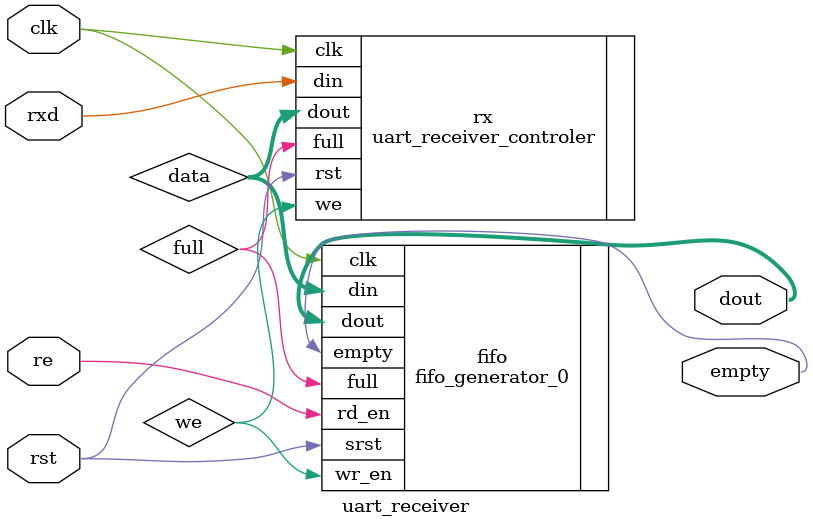
<source format=sv>
`timescale 1ns / 1ps

module uart_receiver #(
  parameter [31:0] CLOCK_FREQUENCY = 32'd100_000_000,
  parameter [31:0] BAUD_RATE = 32'd115200,
  parameter [31:0] WORD_WIDTH = 32'd8
) (
  input                   clk,
  input                   rst,
  input                   rxd,
  output [WORD_WIDTH-1:0] dout,
  output                  empty,
  input                   re
);
  // registers and wires
  logic [WORD_WIDTH-1:0] data;
  logic                  full;
  logic                  we;

  // modules
  uart_receiver_controler #(
    .CLOCK_FREQUENCY(CLOCK_FREQUENCY),
    .BAUD_RATE(BAUD_RATE),
    .WORD_WIDTH(WORD_WIDTH)
  ) rx (
    .clk(clk),
    .rst(rst),
    .din(rxd),
    .dout(data),
    .full(full),
    .we(we)
  );

  fifo_generator_0 fifo (
    .clk(clk),
    .srst(rst),
    .din(data),
    .full(full),
    .wr_en(we),
    .dout(dout),
    .empty(empty),
    .rd_en(re)
  );
endmodule

</source>
